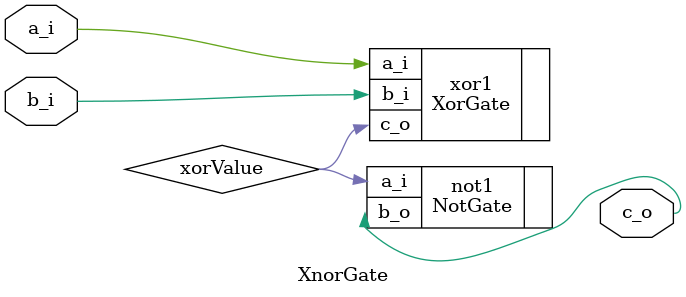
<source format=v>
`timescale 1ns / 1ps


module XnorGate #(
    parameter BUS_WIDTH = 1
)(
    input [BUS_WIDTH - 1:0] a_i,
    input [BUS_WIDTH - 1:0] b_i,
    output [BUS_WIDTH - 1:0] c_o
);
    wire [BUS_WIDTH - 1:0] xorValue;
    
    XorGate #(.BUS_WIDTH(BUS_WIDTH)) xor1(.a_i(a_i), .b_i(b_i), .c_o(xorValue));
    NotGate #(.BUS_WIDTH(BUS_WIDTH)) not1(.a_i(xorValue), .b_o(c_o));
endmodule

</source>
